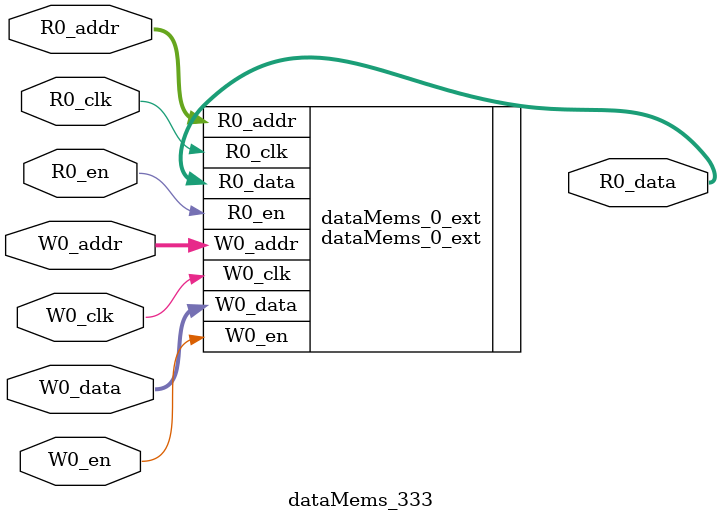
<source format=sv>
`ifndef RANDOMIZE
  `ifdef RANDOMIZE_REG_INIT
    `define RANDOMIZE
  `endif // RANDOMIZE_REG_INIT
`endif // not def RANDOMIZE
`ifndef RANDOMIZE
  `ifdef RANDOMIZE_MEM_INIT
    `define RANDOMIZE
  `endif // RANDOMIZE_MEM_INIT
`endif // not def RANDOMIZE

`ifndef RANDOM
  `define RANDOM $random
`endif // not def RANDOM

// Users can define 'PRINTF_COND' to add an extra gate to prints.
`ifndef PRINTF_COND_
  `ifdef PRINTF_COND
    `define PRINTF_COND_ (`PRINTF_COND)
  `else  // PRINTF_COND
    `define PRINTF_COND_ 1
  `endif // PRINTF_COND
`endif // not def PRINTF_COND_

// Users can define 'ASSERT_VERBOSE_COND' to add an extra gate to assert error printing.
`ifndef ASSERT_VERBOSE_COND_
  `ifdef ASSERT_VERBOSE_COND
    `define ASSERT_VERBOSE_COND_ (`ASSERT_VERBOSE_COND)
  `else  // ASSERT_VERBOSE_COND
    `define ASSERT_VERBOSE_COND_ 1
  `endif // ASSERT_VERBOSE_COND
`endif // not def ASSERT_VERBOSE_COND_

// Users can define 'STOP_COND' to add an extra gate to stop conditions.
`ifndef STOP_COND_
  `ifdef STOP_COND
    `define STOP_COND_ (`STOP_COND)
  `else  // STOP_COND
    `define STOP_COND_ 1
  `endif // STOP_COND
`endif // not def STOP_COND_

// Users can define INIT_RANDOM as general code that gets injected into the
// initializer block for modules with registers.
`ifndef INIT_RANDOM
  `define INIT_RANDOM
`endif // not def INIT_RANDOM

// If using random initialization, you can also define RANDOMIZE_DELAY to
// customize the delay used, otherwise 0.002 is used.
`ifndef RANDOMIZE_DELAY
  `define RANDOMIZE_DELAY 0.002
`endif // not def RANDOMIZE_DELAY

// Define INIT_RANDOM_PROLOG_ for use in our modules below.
`ifndef INIT_RANDOM_PROLOG_
  `ifdef RANDOMIZE
    `ifdef VERILATOR
      `define INIT_RANDOM_PROLOG_ `INIT_RANDOM
    `else  // VERILATOR
      `define INIT_RANDOM_PROLOG_ `INIT_RANDOM #`RANDOMIZE_DELAY begin end
    `endif // VERILATOR
  `else  // RANDOMIZE
    `define INIT_RANDOM_PROLOG_
  `endif // RANDOMIZE
`endif // not def INIT_RANDOM_PROLOG_

// Include register initializers in init blocks unless synthesis is set
`ifndef SYNTHESIS
  `ifndef ENABLE_INITIAL_REG_
    `define ENABLE_INITIAL_REG_
  `endif // not def ENABLE_INITIAL_REG_
`endif // not def SYNTHESIS

// Include rmemory initializers in init blocks unless synthesis is set
`ifndef SYNTHESIS
  `ifndef ENABLE_INITIAL_MEM_
    `define ENABLE_INITIAL_MEM_
  `endif // not def ENABLE_INITIAL_MEM_
`endif // not def SYNTHESIS

module dataMems_333(	// @[generators/ara/src/main/scala/UnsafeAXI4ToTL.scala:365:62]
  input  [4:0]  R0_addr,
  input         R0_en,
  input         R0_clk,
  output [66:0] R0_data,
  input  [4:0]  W0_addr,
  input         W0_en,
  input         W0_clk,
  input  [66:0] W0_data
);

  dataMems_0_ext dataMems_0_ext (	// @[generators/ara/src/main/scala/UnsafeAXI4ToTL.scala:365:62]
    .R0_addr (R0_addr),
    .R0_en   (R0_en),
    .R0_clk  (R0_clk),
    .R0_data (R0_data),
    .W0_addr (W0_addr),
    .W0_en   (W0_en),
    .W0_clk  (W0_clk),
    .W0_data (W0_data)
  );
endmodule


</source>
